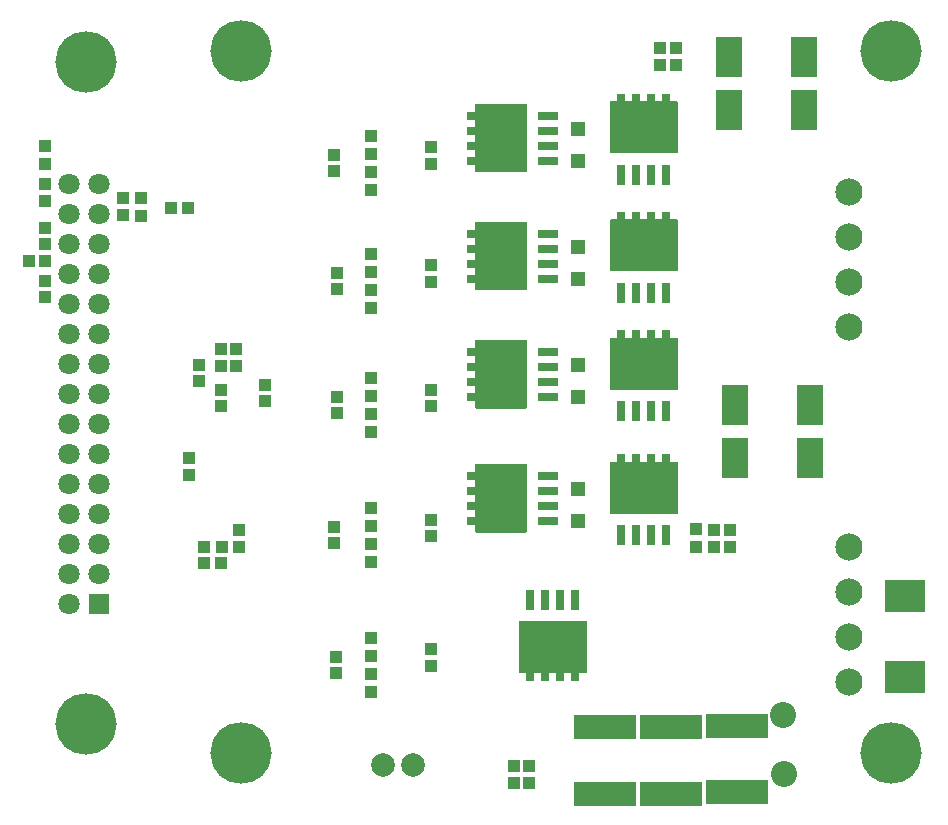
<source format=gbs>
G04 Layer_Color=16711935*
%FSLAX44Y44*%
%MOMM*%
G71*
G01*
G75*
%ADD54R,1.0032X1.1032*%
%ADD57R,1.1032X1.0032*%
%ADD58R,2.2032X3.4032*%
%ADD70C,2.2032*%
%ADD71C,2.3032*%
%ADD72C,5.2032*%
%ADD73C,1.8032*%
%ADD74R,1.8032X1.8032*%
%ADD75C,2.0032*%
%ADD76R,5.3532X2.0032*%
%ADD77R,3.5032X2.7032*%
%ADD78R,1.7032X0.7032*%
%ADD79R,0.7032X1.7032*%
%ADD80R,1.2032X1.2032*%
G36*
X869133Y977009D02*
X869264Y976983D01*
X869390Y976941D01*
X869509Y976882D01*
X869620Y976808D01*
X869720Y976720D01*
X869808Y976620D01*
X869882Y976509D01*
X869941Y976390D01*
X869984Y976264D01*
X870010Y976133D01*
X870018Y976000D01*
Y934000D01*
X870010Y933867D01*
X869984Y933736D01*
X869941Y933610D01*
X869882Y933491D01*
X869808Y933380D01*
X869720Y933280D01*
X869620Y933192D01*
X869509Y933118D01*
X869390Y933059D01*
X869264Y933016D01*
X869133Y932990D01*
X869000Y932982D01*
X813000D01*
X812867Y932990D01*
X812737Y933016D01*
X812610Y933059D01*
X812491Y933118D01*
X812380Y933192D01*
X812280Y933280D01*
X812192Y933380D01*
X812118Y933491D01*
X812059Y933610D01*
X812017Y933736D01*
X811991Y933867D01*
X811982Y934000D01*
Y976000D01*
X811991Y976133D01*
X812017Y976264D01*
X812059Y976390D01*
X812118Y976509D01*
X812192Y976620D01*
X812280Y976720D01*
X812380Y976808D01*
X812491Y976882D01*
X812610Y976941D01*
X812737Y976983D01*
X812867Y977009D01*
X813000Y977018D01*
X869000D01*
X869133Y977009D01*
D02*
G37*
G36*
X741133Y975009D02*
X741264Y974983D01*
X741390Y974941D01*
X741509Y974882D01*
X741620Y974808D01*
X741720Y974720D01*
X741808Y974620D01*
X741882Y974509D01*
X741941Y974390D01*
X741983Y974264D01*
X742010Y974133D01*
X742018Y974000D01*
Y918000D01*
X742010Y917867D01*
X741983Y917736D01*
X741941Y917610D01*
X741882Y917491D01*
X741808Y917380D01*
X741720Y917280D01*
X741620Y917192D01*
X741509Y917118D01*
X741390Y917059D01*
X741264Y917017D01*
X741133Y916991D01*
X741000Y916982D01*
X699000D01*
X698867Y916991D01*
X698736Y917017D01*
X698610Y917059D01*
X698491Y917118D01*
X698380Y917192D01*
X698280Y917280D01*
X698192Y917380D01*
X698118Y917491D01*
X698059Y917610D01*
X698017Y917736D01*
X697991Y917867D01*
X697982Y918000D01*
Y974000D01*
X697991Y974133D01*
X698017Y974264D01*
X698059Y974390D01*
X698118Y974509D01*
X698192Y974620D01*
X698280Y974720D01*
X698380Y974808D01*
X698491Y974882D01*
X698610Y974941D01*
X698736Y974983D01*
X698867Y975009D01*
X699000Y975018D01*
X741000D01*
X741133Y975009D01*
D02*
G37*
G36*
X869133Y877009D02*
X869264Y876983D01*
X869390Y876941D01*
X869509Y876882D01*
X869620Y876808D01*
X869720Y876720D01*
X869808Y876620D01*
X869882Y876509D01*
X869941Y876390D01*
X869984Y876264D01*
X870010Y876133D01*
X870018Y876000D01*
Y834000D01*
X870010Y833867D01*
X869984Y833736D01*
X869941Y833610D01*
X869882Y833491D01*
X869808Y833380D01*
X869720Y833280D01*
X869620Y833192D01*
X869509Y833118D01*
X869390Y833059D01*
X869264Y833017D01*
X869133Y832990D01*
X869000Y832982D01*
X813000D01*
X812867Y832990D01*
X812737Y833017D01*
X812610Y833059D01*
X812491Y833118D01*
X812380Y833192D01*
X812280Y833280D01*
X812192Y833380D01*
X812118Y833491D01*
X812059Y833610D01*
X812017Y833736D01*
X811991Y833867D01*
X811982Y834000D01*
Y876000D01*
X811991Y876133D01*
X812017Y876264D01*
X812059Y876390D01*
X812118Y876509D01*
X812192Y876620D01*
X812280Y876720D01*
X812380Y876808D01*
X812491Y876882D01*
X812610Y876941D01*
X812737Y876983D01*
X812867Y877009D01*
X813000Y877018D01*
X869000D01*
X869133Y877009D01*
D02*
G37*
G36*
X741133Y875010D02*
X741264Y874984D01*
X741390Y874941D01*
X741509Y874882D01*
X741620Y874808D01*
X741720Y874720D01*
X741808Y874620D01*
X741882Y874509D01*
X741941Y874390D01*
X741984Y874264D01*
X742010Y874133D01*
X742018Y874000D01*
Y818000D01*
X742010Y817867D01*
X741984Y817737D01*
X741941Y817610D01*
X741882Y817491D01*
X741808Y817380D01*
X741720Y817280D01*
X741620Y817192D01*
X741509Y817118D01*
X741390Y817059D01*
X741264Y817017D01*
X741133Y816991D01*
X741000Y816982D01*
X699000D01*
X698867Y816991D01*
X698737Y817017D01*
X698610Y817059D01*
X698491Y817118D01*
X698380Y817192D01*
X698280Y817280D01*
X698192Y817380D01*
X698118Y817491D01*
X698059Y817610D01*
X698017Y817737D01*
X697991Y817867D01*
X697982Y818000D01*
Y874000D01*
X697991Y874133D01*
X698017Y874264D01*
X698059Y874390D01*
X698118Y874509D01*
X698192Y874620D01*
X698280Y874720D01*
X698380Y874808D01*
X698491Y874882D01*
X698610Y874941D01*
X698737Y874984D01*
X698867Y875010D01*
X699000Y875018D01*
X741000D01*
X741133Y875010D01*
D02*
G37*
G36*
X869133Y777009D02*
X869264Y776983D01*
X869390Y776941D01*
X869509Y776882D01*
X869620Y776808D01*
X869720Y776720D01*
X869808Y776620D01*
X869882Y776509D01*
X869941Y776390D01*
X869984Y776264D01*
X870010Y776133D01*
X870018Y776000D01*
Y734000D01*
X870010Y733867D01*
X869984Y733736D01*
X869941Y733610D01*
X869882Y733491D01*
X869808Y733380D01*
X869720Y733280D01*
X869620Y733192D01*
X869509Y733118D01*
X869390Y733059D01*
X869264Y733017D01*
X869133Y732990D01*
X869000Y732982D01*
X813000D01*
X812867Y732990D01*
X812737Y733017D01*
X812610Y733059D01*
X812491Y733118D01*
X812380Y733192D01*
X812280Y733280D01*
X812192Y733380D01*
X812118Y733491D01*
X812059Y733610D01*
X812017Y733736D01*
X811991Y733867D01*
X811982Y734000D01*
Y776000D01*
X811991Y776133D01*
X812017Y776264D01*
X812059Y776390D01*
X812118Y776509D01*
X812192Y776620D01*
X812280Y776720D01*
X812380Y776808D01*
X812491Y776882D01*
X812610Y776941D01*
X812737Y776983D01*
X812867Y777009D01*
X813000Y777018D01*
X869000D01*
X869133Y777009D01*
D02*
G37*
G36*
X741133Y775009D02*
X741264Y774984D01*
X741390Y774941D01*
X741509Y774882D01*
X741620Y774808D01*
X741720Y774720D01*
X741808Y774620D01*
X741882Y774509D01*
X741941Y774390D01*
X741983Y774264D01*
X742010Y774133D01*
X742018Y774000D01*
Y718000D01*
X742010Y717867D01*
X741983Y717736D01*
X741941Y717610D01*
X741882Y717491D01*
X741808Y717380D01*
X741720Y717280D01*
X741620Y717192D01*
X741509Y717118D01*
X741390Y717059D01*
X741264Y717017D01*
X741133Y716991D01*
X741000Y716982D01*
X699000D01*
X698867Y716991D01*
X698736Y717017D01*
X698610Y717059D01*
X698491Y717118D01*
X698380Y717192D01*
X698280Y717280D01*
X698192Y717380D01*
X698118Y717491D01*
X698059Y717610D01*
X698017Y717736D01*
X697991Y717867D01*
X697982Y718000D01*
Y774000D01*
X697991Y774133D01*
X698017Y774264D01*
X698059Y774390D01*
X698118Y774509D01*
X698192Y774620D01*
X698280Y774720D01*
X698380Y774808D01*
X698491Y774882D01*
X698610Y774941D01*
X698736Y774984D01*
X698867Y775009D01*
X699000Y775018D01*
X741000D01*
X741133Y775009D01*
D02*
G37*
G36*
X869133Y672009D02*
X869264Y671983D01*
X869390Y671941D01*
X869509Y671882D01*
X869620Y671808D01*
X869720Y671720D01*
X869808Y671620D01*
X869882Y671509D01*
X869941Y671390D01*
X869984Y671264D01*
X870010Y671133D01*
X870018Y671000D01*
Y629000D01*
X870010Y628867D01*
X869984Y628736D01*
X869941Y628610D01*
X869882Y628491D01*
X869808Y628380D01*
X869720Y628280D01*
X869620Y628192D01*
X869509Y628118D01*
X869390Y628059D01*
X869264Y628017D01*
X869133Y627990D01*
X869000Y627982D01*
X813000D01*
X812867Y627990D01*
X812737Y628017D01*
X812610Y628059D01*
X812491Y628118D01*
X812380Y628192D01*
X812280Y628280D01*
X812192Y628380D01*
X812118Y628491D01*
X812059Y628610D01*
X812017Y628736D01*
X811991Y628867D01*
X811982Y629000D01*
Y671000D01*
X811991Y671133D01*
X812017Y671264D01*
X812059Y671390D01*
X812118Y671509D01*
X812192Y671620D01*
X812280Y671720D01*
X812380Y671808D01*
X812491Y671882D01*
X812610Y671941D01*
X812737Y671983D01*
X812867Y672009D01*
X813000Y672018D01*
X869000D01*
X869133Y672009D01*
D02*
G37*
G36*
X741133Y670009D02*
X741264Y669983D01*
X741390Y669941D01*
X741509Y669882D01*
X741620Y669808D01*
X741720Y669720D01*
X741808Y669620D01*
X741882Y669509D01*
X741941Y669390D01*
X741983Y669264D01*
X742010Y669133D01*
X742018Y669000D01*
Y613000D01*
X742010Y612867D01*
X741983Y612736D01*
X741941Y612610D01*
X741882Y612491D01*
X741808Y612380D01*
X741720Y612280D01*
X741620Y612192D01*
X741509Y612118D01*
X741390Y612059D01*
X741264Y612016D01*
X741133Y611991D01*
X741000Y611982D01*
X699000D01*
X698867Y611991D01*
X698736Y612016D01*
X698610Y612059D01*
X698491Y612118D01*
X698380Y612192D01*
X698280Y612280D01*
X698192Y612380D01*
X698118Y612491D01*
X698059Y612610D01*
X698017Y612736D01*
X697991Y612867D01*
X697982Y613000D01*
Y669000D01*
X697991Y669133D01*
X698017Y669264D01*
X698059Y669390D01*
X698118Y669509D01*
X698192Y669620D01*
X698280Y669720D01*
X698380Y669808D01*
X698491Y669882D01*
X698610Y669941D01*
X698736Y669983D01*
X698867Y670009D01*
X699000Y670018D01*
X741000D01*
X741133Y670009D01*
D02*
G37*
G36*
X792133Y537010D02*
X792263Y536983D01*
X792390Y536941D01*
X792509Y536882D01*
X792620Y536808D01*
X792720Y536720D01*
X792808Y536620D01*
X792882Y536509D01*
X792941Y536390D01*
X792983Y536264D01*
X793009Y536133D01*
X793018Y536000D01*
Y494000D01*
X793009Y493867D01*
X792983Y493736D01*
X792941Y493610D01*
X792882Y493491D01*
X792808Y493380D01*
X792720Y493280D01*
X792620Y493192D01*
X792509Y493118D01*
X792390Y493059D01*
X792263Y493017D01*
X792133Y492991D01*
X792000Y492982D01*
X736000D01*
X735867Y492991D01*
X735736Y493017D01*
X735610Y493059D01*
X735491Y493118D01*
X735380Y493192D01*
X735280Y493280D01*
X735192Y493380D01*
X735118Y493491D01*
X735059Y493610D01*
X735016Y493736D01*
X734990Y493867D01*
X734982Y494000D01*
Y536000D01*
X734990Y536133D01*
X735016Y536264D01*
X735059Y536390D01*
X735118Y536509D01*
X735192Y536620D01*
X735280Y536720D01*
X735380Y536808D01*
X735491Y536882D01*
X735610Y536941D01*
X735736Y536983D01*
X735867Y537010D01*
X736000Y537018D01*
X792000D01*
X792133Y537010D01*
D02*
G37*
D54*
X455000Y887000D02*
D03*
X441000D02*
D03*
X320000Y842000D02*
D03*
X334000D02*
D03*
X483000Y586000D02*
D03*
X469000D02*
D03*
X483620Y600000D02*
D03*
X468380D02*
D03*
D57*
X885000Y614620D02*
D03*
Y599380D02*
D03*
X744000Y400000D02*
D03*
Y414000D02*
D03*
X731000D02*
D03*
Y400000D02*
D03*
X868000Y1022000D02*
D03*
Y1008000D02*
D03*
X914000Y614000D02*
D03*
Y600000D02*
D03*
X661000Y623000D02*
D03*
Y609000D02*
D03*
Y838350D02*
D03*
Y824350D02*
D03*
X581000Y818000D02*
D03*
Y832000D02*
D03*
X579000Y918000D02*
D03*
Y932000D02*
D03*
X610000Y617380D02*
D03*
Y632620D02*
D03*
Y832380D02*
D03*
Y847620D02*
D03*
Y932380D02*
D03*
Y947620D02*
D03*
Y507380D02*
D03*
Y522620D02*
D03*
X661000Y938350D02*
D03*
Y924350D02*
D03*
X498000Y614000D02*
D03*
Y600000D02*
D03*
X855000Y1022000D02*
D03*
Y1008000D02*
D03*
X334000Y939620D02*
D03*
Y924380D02*
D03*
Y811000D02*
D03*
Y825000D02*
D03*
Y870000D02*
D03*
Y856000D02*
D03*
X415000Y880380D02*
D03*
Y895620D02*
D03*
X400000Y895000D02*
D03*
Y881000D02*
D03*
X334000Y907000D02*
D03*
Y893000D02*
D03*
X464000Y754000D02*
D03*
Y740000D02*
D03*
X483000Y753000D02*
D03*
Y767000D02*
D03*
X496000Y753000D02*
D03*
Y767000D02*
D03*
X520000Y737000D02*
D03*
Y723000D02*
D03*
X483000Y733000D02*
D03*
Y719000D02*
D03*
X456000Y675000D02*
D03*
Y661000D02*
D03*
X579000Y603000D02*
D03*
Y617000D02*
D03*
X610000Y602620D02*
D03*
Y587380D02*
D03*
Y492620D02*
D03*
Y477380D02*
D03*
X580000Y493000D02*
D03*
Y507000D02*
D03*
X661000Y513000D02*
D03*
Y499000D02*
D03*
X900000Y614000D02*
D03*
Y600000D02*
D03*
X610000Y817620D02*
D03*
Y802380D02*
D03*
Y712620D02*
D03*
Y697380D02*
D03*
X581000Y713000D02*
D03*
Y727000D02*
D03*
X610000Y727380D02*
D03*
Y742620D02*
D03*
X661000Y733000D02*
D03*
Y719000D02*
D03*
X610000Y917620D02*
D03*
Y902380D02*
D03*
D58*
X913300Y970000D02*
D03*
X976700D02*
D03*
X913300Y1015000D02*
D03*
X976700D02*
D03*
X918300Y675000D02*
D03*
X981700D02*
D03*
X918300Y720000D02*
D03*
X981700D02*
D03*
D70*
X960000Y407500D02*
D03*
X959000Y457500D02*
D03*
D71*
X1015000Y485700D02*
D03*
Y523800D02*
D03*
Y561900D02*
D03*
Y600000D02*
D03*
X1015000Y785700D02*
D03*
Y823800D02*
D03*
Y861900D02*
D03*
Y900000D02*
D03*
D72*
X500000Y425000D02*
D03*
X369000Y450000D02*
D03*
Y1010000D02*
D03*
X1050000Y425000D02*
D03*
Y1020000D02*
D03*
X500000D02*
D03*
D73*
X354600Y703800D02*
D03*
Y754600D02*
D03*
Y729200D02*
D03*
Y780000D02*
D03*
Y678400D02*
D03*
Y653000D02*
D03*
Y627600D02*
D03*
Y602200D02*
D03*
Y576800D02*
D03*
Y551400D02*
D03*
X380000Y576800D02*
D03*
Y602200D02*
D03*
Y627600D02*
D03*
Y653000D02*
D03*
Y678400D02*
D03*
Y703800D02*
D03*
Y729200D02*
D03*
Y754600D02*
D03*
Y780000D02*
D03*
Y907000D02*
D03*
Y881600D02*
D03*
Y856200D02*
D03*
Y830800D02*
D03*
Y805400D02*
D03*
X354600D02*
D03*
Y830800D02*
D03*
Y856200D02*
D03*
Y881600D02*
D03*
Y907000D02*
D03*
D74*
X380000Y551400D02*
D03*
D75*
X645400Y415000D02*
D03*
X620000D02*
D03*
D76*
X920000Y392000D02*
D03*
Y448000D02*
D03*
X864000Y391000D02*
D03*
Y447000D02*
D03*
X808000Y391000D02*
D03*
Y447000D02*
D03*
D77*
X1062000Y558500D02*
D03*
Y489500D02*
D03*
D78*
X700000Y865000D02*
D03*
Y852300D02*
D03*
Y839600D02*
D03*
Y826900D02*
D03*
X760000D02*
D03*
Y839600D02*
D03*
Y852300D02*
D03*
Y865000D02*
D03*
X700000Y765000D02*
D03*
Y752300D02*
D03*
Y739600D02*
D03*
Y726900D02*
D03*
X760000D02*
D03*
Y739600D02*
D03*
Y752300D02*
D03*
Y765000D02*
D03*
X700000Y965000D02*
D03*
Y952300D02*
D03*
Y939600D02*
D03*
Y926900D02*
D03*
X760000D02*
D03*
Y939600D02*
D03*
Y952300D02*
D03*
Y965000D02*
D03*
X700000Y660000D02*
D03*
Y647300D02*
D03*
Y634600D02*
D03*
Y621900D02*
D03*
X760000D02*
D03*
Y634600D02*
D03*
Y647300D02*
D03*
Y660000D02*
D03*
D79*
X860000Y875000D02*
D03*
X847300D02*
D03*
X834600D02*
D03*
X821900D02*
D03*
Y815000D02*
D03*
X834600D02*
D03*
X847300D02*
D03*
X860000D02*
D03*
X860000Y775000D02*
D03*
X847300D02*
D03*
X834600D02*
D03*
X821900D02*
D03*
Y715000D02*
D03*
X834600D02*
D03*
X847300D02*
D03*
X860000D02*
D03*
X860000Y975000D02*
D03*
X847300D02*
D03*
X834600D02*
D03*
X821900D02*
D03*
Y915000D02*
D03*
X834600D02*
D03*
X847300D02*
D03*
X860000D02*
D03*
X745000Y495000D02*
D03*
X757700D02*
D03*
X770400D02*
D03*
X783100D02*
D03*
Y555000D02*
D03*
X770400D02*
D03*
X757700D02*
D03*
X745000D02*
D03*
X860000Y670000D02*
D03*
X847300D02*
D03*
X834600D02*
D03*
X821900D02*
D03*
Y610000D02*
D03*
X834600D02*
D03*
X847300D02*
D03*
X860000D02*
D03*
D80*
X785000Y621500D02*
D03*
Y648500D02*
D03*
Y726500D02*
D03*
Y753500D02*
D03*
X785000Y826500D02*
D03*
Y853500D02*
D03*
X785000Y926500D02*
D03*
Y953500D02*
D03*
M02*

</source>
